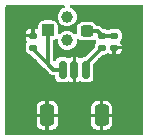
<source format=gbr>
%TF.GenerationSoftware,KiCad,Pcbnew,7.0.10*%
%TF.CreationDate,2024-04-20T21:53:22+01:00*%
%TF.ProjectId,Nano_switch_circuitry,4e616e6f-5f73-4776-9974-63685f636972,rev?*%
%TF.SameCoordinates,Original*%
%TF.FileFunction,Copper,L1,Top*%
%TF.FilePolarity,Positive*%
%FSLAX46Y46*%
G04 Gerber Fmt 4.6, Leading zero omitted, Abs format (unit mm)*
G04 Created by KiCad (PCBNEW 7.0.10) date 2024-04-20 21:53:22*
%MOMM*%
%LPD*%
G01*
G04 APERTURE LIST*
G04 Aperture macros list*
%AMRoundRect*
0 Rectangle with rounded corners*
0 $1 Rounding radius*
0 $2 $3 $4 $5 $6 $7 $8 $9 X,Y pos of 4 corners*
0 Add a 4 corners polygon primitive as box body*
4,1,4,$2,$3,$4,$5,$6,$7,$8,$9,$2,$3,0*
0 Add four circle primitives for the rounded corners*
1,1,$1+$1,$2,$3*
1,1,$1+$1,$4,$5*
1,1,$1+$1,$6,$7*
1,1,$1+$1,$8,$9*
0 Add four rect primitives between the rounded corners*
20,1,$1+$1,$2,$3,$4,$5,0*
20,1,$1+$1,$4,$5,$6,$7,0*
20,1,$1+$1,$6,$7,$8,$9,0*
20,1,$1+$1,$8,$9,$2,$3,0*%
G04 Aperture macros list end*
%TA.AperFunction,SMDPad,CuDef*%
%ADD10RoundRect,0.250000X-0.350000X-0.650000X0.350000X-0.650000X0.350000X0.650000X-0.350000X0.650000X0*%
%TD*%
%TA.AperFunction,SMDPad,CuDef*%
%ADD11RoundRect,0.150000X-0.150000X-0.625000X0.150000X-0.625000X0.150000X0.625000X-0.150000X0.625000X0*%
%TD*%
%TA.AperFunction,WasherPad*%
%ADD12C,1.000000*%
%TD*%
%TA.AperFunction,SMDPad,CuDef*%
%ADD13RoundRect,0.275000X-0.275000X-0.275000X0.275000X-0.275000X0.275000X0.275000X-0.275000X0.275000X0*%
%TD*%
%TA.AperFunction,SMDPad,CuDef*%
%ADD14RoundRect,0.237500X-0.312500X-0.237500X0.312500X-0.237500X0.312500X0.237500X-0.312500X0.237500X0*%
%TD*%
%TA.AperFunction,SMDPad,CuDef*%
%ADD15RoundRect,0.135000X0.185000X-0.135000X0.185000X0.135000X-0.185000X0.135000X-0.185000X-0.135000X0*%
%TD*%
%TA.AperFunction,SMDPad,CuDef*%
%ADD16RoundRect,0.135000X-0.185000X0.135000X-0.185000X-0.135000X0.185000X-0.135000X0.185000X0.135000X0*%
%TD*%
%TA.AperFunction,ViaPad*%
%ADD17C,0.600000*%
%TD*%
%TA.AperFunction,ViaPad*%
%ADD18C,3.000000*%
%TD*%
%TA.AperFunction,Conductor*%
%ADD19C,0.300000*%
%TD*%
G04 APERTURE END LIST*
D10*
%TO.P,J1,MP,MountPin*%
%TO.N,GND*%
X122700000Y-117100000D03*
X127300000Y-117100000D03*
D11*
%TO.P,J1,3,Pin_3*%
%TO.N,/5V*%
X126000000Y-113225000D03*
%TO.P,J1,2,Pin_2*%
%TO.N,GND*%
X125000000Y-113225000D03*
%TO.P,J1,1,Pin_1*%
%TO.N,/SNS*%
X124000000Y-113225000D03*
%TD*%
D12*
%TO.P,SW1,*%
%TO.N,*%
X124400000Y-108750000D03*
X124400000Y-110750000D03*
D13*
%TO.P,SW1,1,COM*%
%TO.N,/SNS*%
X122750000Y-109900000D03*
D14*
%TO.P,SW1,2,N.C*%
%TO.N,/SW_IN*%
X126050000Y-109975000D03*
%TD*%
D15*
%TO.P,R2,1*%
%TO.N,/SNS*%
X121500000Y-111360000D03*
%TO.P,R2,2*%
%TO.N,GND*%
X121500000Y-110340000D03*
%TD*%
%TO.P,R1,1*%
%TO.N,/5V*%
X127350000Y-111370000D03*
%TO.P,R1,2*%
%TO.N,/SW_IN*%
X127350000Y-110350000D03*
%TD*%
D16*
%TO.P,C1,1*%
%TO.N,/SW_IN*%
X128375000Y-110340000D03*
%TO.P,C1,2*%
%TO.N,GND*%
X128375000Y-111360000D03*
%TD*%
D17*
%TO.N,GND*%
X125000000Y-115000000D03*
X120500000Y-110000000D03*
X120500000Y-108500000D03*
X120500000Y-117500000D03*
X129500000Y-117500000D03*
X129500000Y-108500000D03*
X123650000Y-111875000D03*
D18*
X129250000Y-113500000D03*
X120750000Y-113500000D03*
D17*
X127625000Y-109125000D03*
X127225000Y-112500000D03*
X127225000Y-114500000D03*
X125000000Y-117000000D03*
X122725000Y-114500000D03*
X125875000Y-111375000D03*
X122625000Y-108375000D03*
X126125000Y-108375000D03*
%TD*%
D19*
%TO.N,/SW_IN*%
X127360000Y-110340000D02*
X127350000Y-110350000D01*
X128375000Y-110340000D02*
X127360000Y-110340000D01*
X126975000Y-109975000D02*
X127350000Y-110350000D01*
X126050000Y-109975000D02*
X126975000Y-109975000D01*
%TO.N,/SNS*%
X123225000Y-113225000D02*
X122750000Y-112750000D01*
X122750000Y-112750000D02*
X121500000Y-111500000D01*
X122750000Y-109900000D02*
X122750000Y-112750000D01*
X121500000Y-111500000D02*
X121500000Y-111360000D01*
X124000000Y-113225000D02*
X123225000Y-113225000D01*
%TO.N,/5V*%
X126000000Y-112720000D02*
X127350000Y-111370000D01*
X126000000Y-113225000D02*
X126000000Y-112720000D01*
%TD*%
%TA.AperFunction,Conductor*%
%TO.N,GND*%
G36*
X124158493Y-107774185D02*
G01*
X124204248Y-107826989D01*
X124214192Y-107896147D01*
X124185167Y-107959703D01*
X124132409Y-107995541D01*
X124050480Y-108024209D01*
X123897737Y-108120184D01*
X123770184Y-108247737D01*
X123674211Y-108400476D01*
X123614631Y-108570745D01*
X123614630Y-108570750D01*
X123594435Y-108749996D01*
X123594435Y-108750003D01*
X123614630Y-108929249D01*
X123614631Y-108929254D01*
X123674211Y-109099523D01*
X123737031Y-109199500D01*
X123770184Y-109252262D01*
X123897738Y-109379816D01*
X123988080Y-109436582D01*
X124048846Y-109474764D01*
X124050478Y-109475789D01*
X124189686Y-109524500D01*
X124220745Y-109535368D01*
X124220750Y-109535369D01*
X124399996Y-109555565D01*
X124400000Y-109555565D01*
X124400004Y-109555565D01*
X124579249Y-109535369D01*
X124579252Y-109535368D01*
X124579255Y-109535368D01*
X124749522Y-109475789D01*
X124902262Y-109379816D01*
X125029816Y-109252262D01*
X125125789Y-109099522D01*
X125185368Y-108929255D01*
X125205565Y-108750000D01*
X125185368Y-108570745D01*
X125125789Y-108400478D01*
X125029816Y-108247738D01*
X124902262Y-108120184D01*
X124749522Y-108024211D01*
X124749519Y-108024209D01*
X124667591Y-107995541D01*
X124610815Y-107954820D01*
X124585068Y-107889867D01*
X124598524Y-107821305D01*
X124646912Y-107770903D01*
X124708546Y-107754500D01*
X130721500Y-107754500D01*
X130788539Y-107774185D01*
X130834294Y-107826989D01*
X130845500Y-107878500D01*
X130845500Y-118621500D01*
X130825815Y-118688539D01*
X130773011Y-118734294D01*
X130721500Y-118745500D01*
X119278500Y-118745500D01*
X119211461Y-118725815D01*
X119165706Y-118673011D01*
X119154500Y-118621500D01*
X119154500Y-117250000D01*
X121800000Y-117250000D01*
X121800000Y-117793053D01*
X121810613Y-117881443D01*
X121866079Y-118022095D01*
X121957435Y-118142564D01*
X122077904Y-118233920D01*
X122218556Y-118289386D01*
X122306946Y-118300000D01*
X122550000Y-118300000D01*
X122550000Y-117250000D01*
X122850000Y-117250000D01*
X122850000Y-118300000D01*
X123093054Y-118300000D01*
X123181443Y-118289386D01*
X123322095Y-118233920D01*
X123442564Y-118142564D01*
X123533920Y-118022095D01*
X123589386Y-117881443D01*
X123600000Y-117793053D01*
X123600000Y-117250000D01*
X126400000Y-117250000D01*
X126400000Y-117793053D01*
X126410613Y-117881443D01*
X126466079Y-118022095D01*
X126557435Y-118142564D01*
X126677904Y-118233920D01*
X126818556Y-118289386D01*
X126906946Y-118300000D01*
X127150000Y-118300000D01*
X127150000Y-117250000D01*
X127450000Y-117250000D01*
X127450000Y-118300000D01*
X127693054Y-118300000D01*
X127781443Y-118289386D01*
X127922095Y-118233920D01*
X128042564Y-118142564D01*
X128133920Y-118022095D01*
X128189386Y-117881443D01*
X128200000Y-117793053D01*
X128200000Y-117250000D01*
X127450000Y-117250000D01*
X127150000Y-117250000D01*
X126400000Y-117250000D01*
X123600000Y-117250000D01*
X122850000Y-117250000D01*
X122550000Y-117250000D01*
X121800000Y-117250000D01*
X119154500Y-117250000D01*
X119154500Y-116950000D01*
X121800000Y-116950000D01*
X122550000Y-116950000D01*
X122550000Y-115900000D01*
X122850000Y-115900000D01*
X122850000Y-116950000D01*
X123600000Y-116950000D01*
X126400000Y-116950000D01*
X127150000Y-116950000D01*
X127150000Y-115900000D01*
X127450000Y-115900000D01*
X127450000Y-116950000D01*
X128200000Y-116950000D01*
X128200000Y-116406946D01*
X128189386Y-116318556D01*
X128133920Y-116177904D01*
X128042564Y-116057435D01*
X127922095Y-115966079D01*
X127781443Y-115910613D01*
X127693054Y-115900000D01*
X127450000Y-115900000D01*
X127150000Y-115900000D01*
X126906946Y-115900000D01*
X126818556Y-115910613D01*
X126677904Y-115966079D01*
X126557435Y-116057435D01*
X126466079Y-116177904D01*
X126410613Y-116318556D01*
X126400000Y-116406946D01*
X126400000Y-116950000D01*
X123600000Y-116950000D01*
X123600000Y-116406946D01*
X123589386Y-116318556D01*
X123533920Y-116177904D01*
X123442564Y-116057435D01*
X123322095Y-115966079D01*
X123181443Y-115910613D01*
X123093054Y-115900000D01*
X122850000Y-115900000D01*
X122550000Y-115900000D01*
X122306946Y-115900000D01*
X122218556Y-115910613D01*
X122077904Y-115966079D01*
X121957435Y-116057435D01*
X121866079Y-116177904D01*
X121810613Y-116318556D01*
X121800000Y-116406946D01*
X121800000Y-116950000D01*
X119154500Y-116950000D01*
X119154500Y-111547453D01*
X120879500Y-111547453D01*
X120882258Y-111576874D01*
X120882260Y-111576884D01*
X120925618Y-111700792D01*
X120925619Y-111700794D01*
X120950761Y-111734860D01*
X121003576Y-111806423D01*
X121055759Y-111844935D01*
X121109206Y-111884381D01*
X121137784Y-111894381D01*
X121233115Y-111927740D01*
X121233119Y-111927740D01*
X121233121Y-111927741D01*
X121252091Y-111929519D01*
X121316998Y-111955376D01*
X121328194Y-111965297D01*
X122379093Y-113016196D01*
X122379114Y-113016219D01*
X122423846Y-113060950D01*
X122427064Y-113064290D01*
X122465947Y-113106196D01*
X122473210Y-113111988D01*
X122472689Y-113112641D01*
X122484930Y-113122034D01*
X122883634Y-113520738D01*
X122892899Y-113531105D01*
X122915121Y-113558970D01*
X122962335Y-113591160D01*
X122966117Y-113593843D01*
X123012121Y-113627795D01*
X123019672Y-113631785D01*
X123027322Y-113635468D01*
X123027327Y-113635472D01*
X123081965Y-113652325D01*
X123086353Y-113653769D01*
X123140300Y-113672646D01*
X123148688Y-113674232D01*
X123157095Y-113675500D01*
X123157098Y-113675500D01*
X123214261Y-113675500D01*
X123218897Y-113675587D01*
X123224794Y-113675807D01*
X123276010Y-113677724D01*
X123276011Y-113677723D01*
X123280136Y-113677878D01*
X123346392Y-113700055D01*
X123390141Y-113754532D01*
X123399500Y-113801791D01*
X123399500Y-113904269D01*
X123402353Y-113934699D01*
X123402353Y-113934701D01*
X123447206Y-114062880D01*
X123447207Y-114062882D01*
X123527850Y-114172150D01*
X123637118Y-114252793D01*
X123679845Y-114267744D01*
X123765299Y-114297646D01*
X123795730Y-114300500D01*
X123795734Y-114300500D01*
X124204270Y-114300500D01*
X124234699Y-114297646D01*
X124234701Y-114297646D01*
X124298790Y-114275219D01*
X124362882Y-114252793D01*
X124426790Y-114205626D01*
X124492415Y-114181657D01*
X124560586Y-114196972D01*
X124574056Y-114205629D01*
X124637354Y-114252345D01*
X124637354Y-114252346D01*
X124765397Y-114297149D01*
X124795779Y-114299998D01*
X124795807Y-114299999D01*
X124849999Y-114299998D01*
X124850000Y-114299998D01*
X124850000Y-112150000D01*
X124849999Y-112149999D01*
X124795804Y-112150000D01*
X124765393Y-112152851D01*
X124637354Y-112197653D01*
X124574055Y-112244371D01*
X124508426Y-112268342D01*
X124440255Y-112253027D01*
X124426788Y-112244371D01*
X124362886Y-112197209D01*
X124362880Y-112197206D01*
X124234700Y-112152353D01*
X124204270Y-112149500D01*
X124204266Y-112149500D01*
X123795734Y-112149500D01*
X123795730Y-112149500D01*
X123765300Y-112152353D01*
X123765298Y-112152353D01*
X123637119Y-112197206D01*
X123637117Y-112197207D01*
X123527850Y-112277850D01*
X123447207Y-112387117D01*
X123441541Y-112403311D01*
X123400818Y-112460087D01*
X123335865Y-112485833D01*
X123267304Y-112472376D01*
X123216902Y-112423988D01*
X123200500Y-112362355D01*
X123200500Y-110808076D01*
X123220185Y-110741037D01*
X123272989Y-110695282D01*
X123277048Y-110693515D01*
X123315228Y-110677700D01*
X123315227Y-110677700D01*
X123315233Y-110677698D01*
X123398417Y-110613867D01*
X123463586Y-110588673D01*
X123532031Y-110602711D01*
X123582021Y-110651525D01*
X123597685Y-110719616D01*
X123597125Y-110726124D01*
X123594435Y-110750002D01*
X123594435Y-110750003D01*
X123614630Y-110929249D01*
X123614631Y-110929254D01*
X123674211Y-111099523D01*
X123726377Y-111182544D01*
X123770184Y-111252262D01*
X123897738Y-111379816D01*
X124050478Y-111475789D01*
X124220745Y-111535368D01*
X124220750Y-111535369D01*
X124399996Y-111555565D01*
X124400000Y-111555565D01*
X124400004Y-111555565D01*
X124579249Y-111535369D01*
X124579252Y-111535368D01*
X124579255Y-111535368D01*
X124749522Y-111475789D01*
X124902262Y-111379816D01*
X125029816Y-111252262D01*
X125125789Y-111099522D01*
X125185368Y-110929255D01*
X125186392Y-110920167D01*
X125205565Y-110750003D01*
X125205565Y-110750000D01*
X125205228Y-110747010D01*
X125205565Y-110745085D01*
X125205565Y-110743036D01*
X125205924Y-110743036D01*
X125217281Y-110678188D01*
X125264630Y-110626807D01*
X125332240Y-110609182D01*
X125398646Y-110630907D01*
X125403373Y-110634320D01*
X125467047Y-110682605D01*
X125471342Y-110685862D01*
X125608923Y-110740117D01*
X125666321Y-110747010D01*
X125695381Y-110750500D01*
X125695382Y-110750500D01*
X126404619Y-110750500D01*
X126433679Y-110747010D01*
X126491077Y-110740117D01*
X126628658Y-110685862D01*
X126628662Y-110685858D01*
X126634450Y-110682605D01*
X126702532Y-110666902D01*
X126768296Y-110690500D01*
X126795001Y-110717055D01*
X126846155Y-110786368D01*
X126870125Y-110851997D01*
X126854809Y-110920167D01*
X126846154Y-110933633D01*
X126775619Y-111029204D01*
X126775619Y-111029205D01*
X126732258Y-111153118D01*
X126732258Y-111153120D01*
X126729500Y-111182538D01*
X126729500Y-111302034D01*
X126709815Y-111369073D01*
X126693181Y-111389715D01*
X125969716Y-112113181D01*
X125908393Y-112146666D01*
X125882035Y-112149500D01*
X125795730Y-112149500D01*
X125765300Y-112152353D01*
X125765298Y-112152353D01*
X125637119Y-112197206D01*
X125637118Y-112197207D01*
X125573211Y-112244372D01*
X125507582Y-112268342D01*
X125439411Y-112253026D01*
X125425944Y-112244371D01*
X125362644Y-112197653D01*
X125362645Y-112197653D01*
X125234602Y-112152850D01*
X125204207Y-112150000D01*
X125150000Y-112150000D01*
X125150000Y-114299999D01*
X125204196Y-114299999D01*
X125234606Y-114297148D01*
X125362645Y-114252346D01*
X125362645Y-114252345D01*
X125425944Y-114205629D01*
X125491573Y-114181657D01*
X125559744Y-114196972D01*
X125573200Y-114205619D01*
X125637118Y-114252793D01*
X125679845Y-114267744D01*
X125765299Y-114297646D01*
X125795730Y-114300500D01*
X125795734Y-114300500D01*
X126204270Y-114300500D01*
X126234699Y-114297646D01*
X126234701Y-114297646D01*
X126298790Y-114275219D01*
X126362882Y-114252793D01*
X126472150Y-114172150D01*
X126552793Y-114062882D01*
X126575219Y-113998790D01*
X126597646Y-113934701D01*
X126597646Y-113934699D01*
X126600500Y-113904269D01*
X126600500Y-112807964D01*
X126620185Y-112740925D01*
X126636815Y-112720287D01*
X127380284Y-111976817D01*
X127441607Y-111943333D01*
X127467965Y-111940499D01*
X127587454Y-111940499D01*
X127587456Y-111940499D01*
X127616879Y-111937741D01*
X127740794Y-111894381D01*
X127796064Y-111853589D01*
X127861689Y-111829620D01*
X127929860Y-111844935D01*
X127943330Y-111853592D01*
X127984439Y-111883932D01*
X127984442Y-111883934D01*
X128108207Y-111927242D01*
X128108219Y-111927244D01*
X128137602Y-111930000D01*
X128225000Y-111930000D01*
X128225000Y-111510000D01*
X128525000Y-111510000D01*
X128525000Y-111930000D01*
X128612398Y-111930000D01*
X128641780Y-111927244D01*
X128641792Y-111927242D01*
X128765557Y-111883934D01*
X128765559Y-111883933D01*
X128871065Y-111806065D01*
X128948933Y-111700559D01*
X128948934Y-111700557D01*
X128992242Y-111576792D01*
X128992244Y-111576780D01*
X128995000Y-111547398D01*
X128995000Y-111510000D01*
X128525000Y-111510000D01*
X128225000Y-111510000D01*
X128225000Y-111334000D01*
X128244685Y-111266961D01*
X128297489Y-111221206D01*
X128349000Y-111210000D01*
X128995000Y-111210000D01*
X128995000Y-111172601D01*
X128992244Y-111143219D01*
X128992242Y-111143207D01*
X128948934Y-111019442D01*
X128948932Y-111019439D01*
X128878535Y-110924056D01*
X128854563Y-110858427D01*
X128869878Y-110790257D01*
X128878529Y-110776794D01*
X128949381Y-110680794D01*
X128976704Y-110602711D01*
X128992741Y-110556881D01*
X128992741Y-110556879D01*
X128992750Y-110556780D01*
X128995500Y-110527457D01*
X128995499Y-110152544D01*
X128992741Y-110123121D01*
X128949381Y-109999206D01*
X128908958Y-109944435D01*
X128871423Y-109893576D01*
X128779342Y-109825618D01*
X128765794Y-109815619D01*
X128765792Y-109815618D01*
X128641880Y-109772258D01*
X128612461Y-109769500D01*
X128137546Y-109769500D01*
X128108125Y-109772258D01*
X128108115Y-109772260D01*
X127984205Y-109815619D01*
X127984204Y-109815619D01*
X127929358Y-109856098D01*
X127863730Y-109880069D01*
X127795559Y-109864753D01*
X127782091Y-109856098D01*
X127740794Y-109825619D01*
X127740792Y-109825618D01*
X127616880Y-109782258D01*
X127587461Y-109779500D01*
X127587457Y-109779500D01*
X127467965Y-109779500D01*
X127400926Y-109759815D01*
X127380284Y-109743181D01*
X127316368Y-109679265D01*
X127307102Y-109668897D01*
X127284877Y-109641028D01*
X127259350Y-109623624D01*
X127237633Y-109608818D01*
X127233869Y-109606147D01*
X127187886Y-109572209D01*
X127180297Y-109568198D01*
X127172675Y-109564528D01*
X127118049Y-109547679D01*
X127113644Y-109546230D01*
X127059695Y-109527352D01*
X127051326Y-109525768D01*
X127042904Y-109524500D01*
X127042902Y-109524500D01*
X126985738Y-109524500D01*
X126981103Y-109524413D01*
X126977193Y-109524266D01*
X126931721Y-109522564D01*
X126865465Y-109500385D01*
X126837557Y-109473576D01*
X126746500Y-109353499D01*
X126628660Y-109264139D01*
X126628658Y-109264138D01*
X126491077Y-109209883D01*
X126491076Y-109209882D01*
X126491074Y-109209882D01*
X126404619Y-109199500D01*
X126404618Y-109199500D01*
X125695382Y-109199500D01*
X125695381Y-109199500D01*
X125608925Y-109209882D01*
X125608924Y-109209882D01*
X125471339Y-109264139D01*
X125353499Y-109353499D01*
X125264139Y-109471339D01*
X125209882Y-109608924D01*
X125209882Y-109608925D01*
X125199500Y-109695381D01*
X125199500Y-110118060D01*
X125179815Y-110185099D01*
X125127011Y-110230854D01*
X125057853Y-110240798D01*
X124994297Y-110211773D01*
X124987819Y-110205741D01*
X124902262Y-110120184D01*
X124749523Y-110024211D01*
X124579254Y-109964631D01*
X124579249Y-109964630D01*
X124400004Y-109944435D01*
X124399996Y-109944435D01*
X124220750Y-109964630D01*
X124220745Y-109964631D01*
X124050476Y-110024211D01*
X123897737Y-110120184D01*
X123812181Y-110205741D01*
X123750858Y-110239226D01*
X123681166Y-110234242D01*
X123625233Y-110192370D01*
X123600816Y-110126906D01*
X123600500Y-110118060D01*
X123600500Y-109587286D01*
X123600499Y-109587272D01*
X123597988Y-109568198D01*
X123585687Y-109474764D01*
X123527698Y-109334767D01*
X123435451Y-109214549D01*
X123315233Y-109122302D01*
X123315229Y-109122300D01*
X123251801Y-109096027D01*
X123175236Y-109064313D01*
X123161171Y-109062461D01*
X123062727Y-109049500D01*
X123062720Y-109049500D01*
X122437280Y-109049500D01*
X122437272Y-109049500D01*
X122324764Y-109064313D01*
X122324763Y-109064313D01*
X122184770Y-109122300D01*
X122064549Y-109214549D01*
X121972300Y-109334770D01*
X121914313Y-109474763D01*
X121914313Y-109474764D01*
X121899500Y-109587272D01*
X121899500Y-109649029D01*
X121879815Y-109716068D01*
X121827011Y-109761823D01*
X121763925Y-109772488D01*
X121737389Y-109770000D01*
X121650000Y-109770000D01*
X121650000Y-110366000D01*
X121630315Y-110433039D01*
X121577511Y-110478794D01*
X121526000Y-110490000D01*
X120880000Y-110490000D01*
X120880000Y-110527398D01*
X120882755Y-110556780D01*
X120882757Y-110556792D01*
X120926065Y-110680557D01*
X120926066Y-110680559D01*
X120996465Y-110775945D01*
X121020436Y-110841574D01*
X121005121Y-110909744D01*
X120996465Y-110923212D01*
X120925619Y-111019204D01*
X120925619Y-111019205D01*
X120882258Y-111143118D01*
X120882258Y-111143120D01*
X120879500Y-111172538D01*
X120879500Y-111547453D01*
X119154500Y-111547453D01*
X119154500Y-110190000D01*
X120880000Y-110190000D01*
X121350000Y-110190000D01*
X121350000Y-109770000D01*
X121262602Y-109770000D01*
X121233219Y-109772755D01*
X121233207Y-109772757D01*
X121109442Y-109816065D01*
X121109440Y-109816066D01*
X121003934Y-109893934D01*
X120926066Y-109999440D01*
X120926065Y-109999442D01*
X120882757Y-110123207D01*
X120882755Y-110123219D01*
X120880000Y-110152601D01*
X120880000Y-110190000D01*
X119154500Y-110190000D01*
X119154500Y-107878500D01*
X119174185Y-107811461D01*
X119226989Y-107765706D01*
X119278500Y-107754500D01*
X124091454Y-107754500D01*
X124158493Y-107774185D01*
G37*
%TD.AperFunction*%
%TD*%
M02*

</source>
